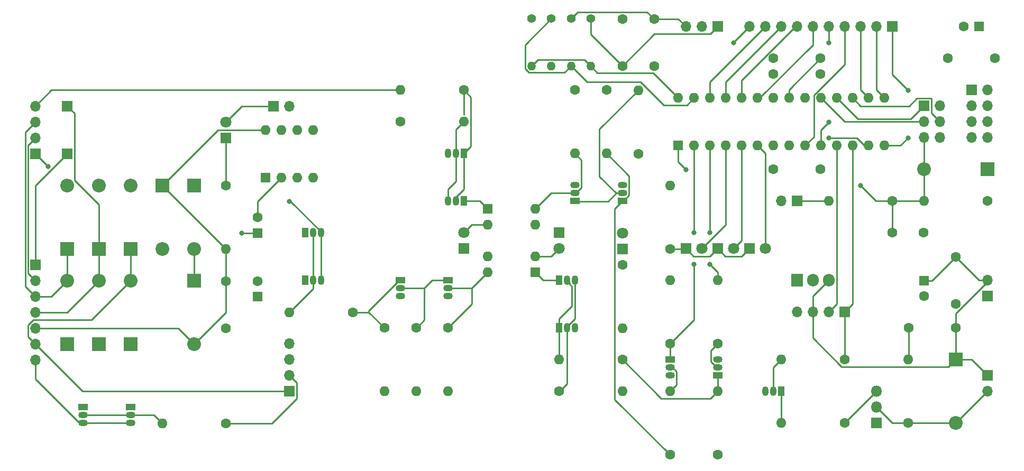
<source format=gbr>
%TF.GenerationSoftware,KiCad,Pcbnew,(7.0.0)*%
%TF.CreationDate,2023-05-24T11:09:11+02:00*%
%TF.ProjectId,Precision-Lapping-Machine,50726563-6973-4696-9f6e-2d4c61707069,rev?*%
%TF.SameCoordinates,Original*%
%TF.FileFunction,Copper,L4,Bot*%
%TF.FilePolarity,Positive*%
%FSLAX46Y46*%
G04 Gerber Fmt 4.6, Leading zero omitted, Abs format (unit mm)*
G04 Created by KiCad (PCBNEW (7.0.0)) date 2023-05-24 11:09:11*
%MOMM*%
%LPD*%
G01*
G04 APERTURE LIST*
%TA.AperFunction,ComponentPad*%
%ADD10C,1.600000*%
%TD*%
%TA.AperFunction,ComponentPad*%
%ADD11O,1.600000X1.600000*%
%TD*%
%TA.AperFunction,ComponentPad*%
%ADD12R,1.600000X1.600000*%
%TD*%
%TA.AperFunction,ComponentPad*%
%ADD13R,1.500000X1.050000*%
%TD*%
%TA.AperFunction,ComponentPad*%
%ADD14O,1.500000X1.050000*%
%TD*%
%TA.AperFunction,ComponentPad*%
%ADD15R,1.700000X1.700000*%
%TD*%
%TA.AperFunction,ComponentPad*%
%ADD16O,1.700000X1.700000*%
%TD*%
%TA.AperFunction,ComponentPad*%
%ADD17R,1.800000X1.800000*%
%TD*%
%TA.AperFunction,ComponentPad*%
%ADD18C,1.800000*%
%TD*%
%TA.AperFunction,ComponentPad*%
%ADD19R,2.200000X2.200000*%
%TD*%
%TA.AperFunction,ComponentPad*%
%ADD20O,2.200000X2.200000*%
%TD*%
%TA.AperFunction,ComponentPad*%
%ADD21C,1.400000*%
%TD*%
%TA.AperFunction,ComponentPad*%
%ADD22O,1.400000X1.400000*%
%TD*%
%TA.AperFunction,ComponentPad*%
%ADD23R,1.050000X1.500000*%
%TD*%
%TA.AperFunction,ComponentPad*%
%ADD24O,1.050000X1.500000*%
%TD*%
%TA.AperFunction,ComponentPad*%
%ADD25O,1.800000X1.800000*%
%TD*%
%TA.AperFunction,ComponentPad*%
%ADD26R,1.905000X2.000000*%
%TD*%
%TA.AperFunction,ComponentPad*%
%ADD27O,1.905000X2.000000*%
%TD*%
%TA.AperFunction,ViaPad*%
%ADD28C,0.800000*%
%TD*%
%TA.AperFunction,Conductor*%
%ADD29C,0.250000*%
%TD*%
G04 APERTURE END LIST*
D10*
%TO.P,R18,1*%
%TO.N,Net-(D13-K)*%
X157480000Y-91480000D03*
D11*
%TO.P,R18,2*%
%TO.N,GND*%
X157479999Y-81319999D03*
%TD*%
D10*
%TO.P,R21,1*%
%TO.N,/AVR/PWMA*%
X185420000Y-109220000D03*
D11*
%TO.P,R21,2*%
%TO.N,Net-(Q15-B)*%
X175259999Y-109219999D03*
%TD*%
D10*
%TO.P,R24,1*%
%TO.N,Net-(D16-K)*%
X149860000Y-94020000D03*
D11*
%TO.P,R24,2*%
%TO.N,GND*%
X149859999Y-104179999D03*
%TD*%
D12*
%TO.P,U2,1*%
%TO.N,Net-(Q11-C)*%
X135879999Y-95254999D03*
D11*
%TO.P,U2,2*%
%TO.N,Net-(D12-A)*%
X135879999Y-92714999D03*
%TO.P,U2,3*%
%TO.N,/OptoIsolation/Serial_Gnd*%
X128259999Y-92714999D03*
%TO.P,U2,4*%
%TO.N,Net-(Q8-B)*%
X128259999Y-95254999D03*
%TD*%
D13*
%TO.P,Q8,1,C*%
%TO.N,Net-(Q7-B)*%
X121919999Y-96519999D03*
D14*
%TO.P,Q8,2,B*%
%TO.N,Net-(Q8-B)*%
X121919999Y-97789999D03*
%TO.P,Q8,3,E*%
%TO.N,/OptoIsolation/Serial_Gnd*%
X121919999Y-99059999D03*
%TD*%
D15*
%TO.P,J10,1,Pin_1*%
%TO.N,Net-(J10-Pin_1)*%
X193039999Y-55879999D03*
D16*
%TO.P,J10,2,Pin_2*%
%TO.N,Net-(J10-Pin_2)*%
X190499999Y-55879999D03*
%TO.P,J10,3,Pin_3*%
%TO.N,Net-(J10-Pin_3)*%
X187959999Y-55879999D03*
%TO.P,J10,4,Pin_4*%
%TO.N,Net-(J10-Pin_4)*%
X185419999Y-55879999D03*
%TO.P,J10,5,Pin_5*%
%TO.N,Net-(J10-Pin_5)*%
X182879999Y-55879999D03*
%TO.P,J10,6,Pin_6*%
%TO.N,Net-(J10-Pin_6)*%
X180339999Y-55879999D03*
%TO.P,J10,7,Pin_7*%
%TO.N,Net-(J10-Pin_7)*%
X177799999Y-55879999D03*
%TO.P,J10,8,Pin_8*%
%TO.N,Net-(J10-Pin_8)*%
X175259999Y-55879999D03*
%TO.P,J10,9,Pin_9*%
%TO.N,Net-(J10-Pin_9)*%
X172719999Y-55879999D03*
%TO.P,J10,10,Pin_10*%
%TO.N,Net-(J10-Pin_10)*%
X170179999Y-55879999D03*
%TD*%
D15*
%TO.P,J4,1,Pin_1*%
%TO.N,/Serial/DTR*%
X60959999Y-68599999D03*
%TD*%
D10*
%TO.P,C5,1*%
%TO.N,GND*%
X201990000Y-60960000D03*
%TO.P,C5,2*%
%TO.N,+5V*%
X209490000Y-60960000D03*
%TD*%
%TO.P,R2,1*%
%TO.N,/OptoIsolation/VoutL*%
X106680000Y-101640000D03*
D11*
%TO.P,R2,2*%
%TO.N,Net-(Q1-B)*%
X96519999Y-101639999D03*
%TD*%
D12*
%TO.P,C3,1*%
%TO.N,/OptoIsolation/Vcc*%
X91439999Y-99124887D03*
D10*
%TO.P,C3,2*%
%TO.N,/OptoIsolation/Serial_Gnd*%
X91440000Y-96624888D03*
%TD*%
D17*
%TO.P,D14,1,K*%
%TO.N,Net-(D13-K)*%
X165099999Y-91439999D03*
D18*
%TO.P,D14,2,A*%
%TO.N,Net-(D14-A)*%
X167640000Y-91440000D03*
%TD*%
D12*
%TO.P,J1,1,Pin_1*%
%TO.N,unconnected-(J1-Pin_1-Pad1)*%
X92719999Y-80039999D03*
D11*
%TO.P,J1,2,Pin_2*%
%TO.N,Net-(J1-Pin_2)*%
X95259999Y-80039999D03*
%TO.P,J1,3,Pin_3*%
%TO.N,/OptoIsolation/Serial_Gnd*%
X97799999Y-80039999D03*
%TO.P,J1,4,Pin_4*%
%TO.N,unconnected-(J1-Pin_4-Pad4)*%
X100339999Y-80039999D03*
%TO.P,J1,5,Pin_5*%
%TO.N,/OptoIsolation/Serial_Gnd*%
X100339999Y-72419999D03*
%TO.P,J1,6,Pin_6*%
%TO.N,unconnected-(J1-Pin_6-Pad6)*%
X97799999Y-72419999D03*
%TO.P,J1,7,Pin_7*%
%TO.N,unconnected-(J1-Pin_7-Pad7)*%
X95259999Y-72419999D03*
%TO.P,J1,8,Pin_8*%
%TO.N,/Serial/SGND*%
X92719999Y-72419999D03*
%TD*%
D10*
%TO.P,C14,1*%
%TO.N,Net-(J11-Pin_1)*%
X149860000Y-62170000D03*
%TO.P,C14,2*%
%TO.N,GND*%
X149860000Y-54670000D03*
%TD*%
D19*
%TO.P,D6,1,K*%
%TO.N,/OptoIsolation/Vcc*%
X81279999Y-81319999D03*
D20*
%TO.P,D6,2,A*%
%TO.N,Net-(D5-K)*%
X81279999Y-91479999D03*
%TD*%
D12*
%TO.P,U1,1*%
%TO.N,Net-(Q6-C)*%
X128279999Y-85084999D03*
D11*
%TO.P,U1,2*%
%TO.N,Net-(D11-A)*%
X128279999Y-87624999D03*
%TO.P,U1,3*%
%TO.N,GND*%
X135899999Y-87624999D03*
%TO.P,U1,4*%
%TO.N,Net-(Q9-B)*%
X135899999Y-85084999D03*
%TD*%
D15*
%TO.P,J5,1,Pin_1*%
%TO.N,Net-(D7-A)*%
X93979999Y-68619999D03*
D16*
%TO.P,J5,2,Pin_2*%
%TO.N,/OptoIsolation/Vcc*%
X96519999Y-68619999D03*
%TD*%
D15*
%TO.P,J15,1,Pin_1*%
%TO.N,+12V*%
X208279999Y-111759999D03*
D16*
%TO.P,J15,2,Pin_2*%
%TO.N,/Amplifier/Motor-*%
X208279999Y-114299999D03*
%TD*%
D15*
%TO.P,J2,1,Pin_1*%
%TO.N,/Serial/CD*%
X60959999Y-76219999D03*
%TD*%
D21*
%TO.P,R25,1*%
%TO.N,Net-(J11-Pin_1)*%
X144780000Y-54610000D03*
D22*
%TO.P,R25,2*%
%TO.N,/AVR/IntB*%
X144779999Y-62229999D03*
%TD*%
D19*
%TO.P,D2,1,K*%
%TO.N,/Serial/DTR*%
X66039999Y-91479999D03*
D20*
%TO.P,D2,2,A*%
%TO.N,/OptoIsolation/Serial_Gnd*%
X66039999Y-81319999D03*
%TD*%
D15*
%TO.P,J12,1,Pin_1*%
%TO.N,GND*%
X208279999Y-99059999D03*
D16*
%TO.P,J12,2,Pin_2*%
%TO.N,+12V*%
X208279999Y-96519999D03*
%TD*%
D10*
%TO.P,R10,1*%
%TO.N,+5V*%
X147320000Y-66040000D03*
D11*
%TO.P,R10,2*%
%TO.N,/Inverter/VinL*%
X147319999Y-76199999D03*
%TD*%
D15*
%TO.P,J11,1,Pin_1*%
%TO.N,Net-(J11-Pin_1)*%
X165099999Y-55879999D03*
D16*
%TO.P,J11,2,Pin_2*%
%TO.N,GND*%
X162559999Y-55879999D03*
%TO.P,J11,3,Pin_3*%
%TO.N,Net-(J11-Pin_3)*%
X160019999Y-55879999D03*
%TD*%
D10*
%TO.P,R20,1*%
%TO.N,Net-(D17-A)*%
X193040000Y-83820000D03*
D11*
%TO.P,R20,2*%
%TO.N,Net-(J8-Pin_1)*%
X182879999Y-83819999D03*
%TD*%
D10*
%TO.P,R1,1*%
%TO.N,Net-(D7-K)*%
X86360000Y-81320000D03*
D11*
%TO.P,R1,2*%
%TO.N,/Serial/SGND*%
X86359999Y-91479999D03*
%TD*%
D17*
%TO.P,D11,1,K*%
%TO.N,/OptoIsolation/Serial_Gnd*%
X124459999Y-91439999D03*
D18*
%TO.P,D11,2,A*%
%TO.N,Net-(D11-A)*%
X124460000Y-88900000D03*
%TD*%
D21*
%TO.P,R26,1*%
%TO.N,Net-(J11-Pin_3)*%
X141630000Y-54610000D03*
D22*
%TO.P,R26,2*%
%TO.N,/AVR/IntA*%
X141629999Y-62229999D03*
%TD*%
D15*
%TO.P,J3,1,Pin_1*%
%TO.N,Net-(J3-Pin_1)*%
X55879999Y-76219999D03*
D16*
%TO.P,J3,2,Pin_2*%
%TO.N,/Serial/RXD*%
X55879999Y-73679999D03*
%TO.P,J3,3,Pin_3*%
%TO.N,/Serial/TXD*%
X55879999Y-71139999D03*
%TO.P,J3,4,Pin_4*%
%TO.N,/OptoIsolation/VinL*%
X55879999Y-68599999D03*
%TD*%
D23*
%TO.P,Q5,1,C*%
%TO.N,Net-(Q5-C)*%
X124459999Y-76199999D03*
D24*
%TO.P,Q5,2,B*%
%TO.N,Net-(Q5-B)*%
X123189999Y-76199999D03*
%TO.P,Q5,3,E*%
%TO.N,/OptoIsolation/Vcc*%
X121919999Y-76199999D03*
%TD*%
D10*
%TO.P,R15,1*%
%TO.N,+5V*%
X165100000Y-124460000D03*
D11*
%TO.P,R15,2*%
%TO.N,/Inverter/VoutL*%
X165099999Y-114299999D03*
%TD*%
D10*
%TO.P,R3,1*%
%TO.N,Net-(J6-Pin_2)*%
X86360000Y-119420000D03*
D11*
%TO.P,R3,2*%
%TO.N,Net-(Q3-B)*%
X76199999Y-119419999D03*
%TD*%
D23*
%TO.P,Q2,1,C*%
%TO.N,/OptoIsolation/Serial_Gnd*%
X99059999Y-96519999D03*
D24*
%TO.P,Q2,2,B*%
%TO.N,Net-(Q1-B)*%
X100329999Y-96519999D03*
%TO.P,Q2,3,E*%
%TO.N,Net-(J3-Pin_1)*%
X101599999Y-96519999D03*
%TD*%
D17*
%TO.P,D7,1,K*%
%TO.N,Net-(D7-K)*%
X86359999Y-73699999D03*
D18*
%TO.P,D7,2,A*%
%TO.N,Net-(D7-A)*%
X86360000Y-71160000D03*
%TD*%
D10*
%TO.P,C8,1*%
%TO.N,GND*%
X174050000Y-60960000D03*
%TO.P,C8,2*%
%TO.N,Net-(U3-AREF)*%
X181550000Y-60960000D03*
%TD*%
D19*
%TO.P,D3,1,K*%
%TO.N,/Serial/RTS*%
X71119999Y-91479999D03*
D20*
%TO.P,D3,2,A*%
%TO.N,/OptoIsolation/Serial_Gnd*%
X71119999Y-81319999D03*
%TD*%
D15*
%TO.P,J16,1,Pin_1*%
%TO.N,GND*%
X205739999Y-66039999D03*
D16*
%TO.P,J16,2,Pin_2*%
X205739999Y-68579999D03*
%TO.P,J16,3,Pin_3*%
X205739999Y-71119999D03*
%TO.P,J16,4,Pin_4*%
X205739999Y-73659999D03*
%TO.P,J16,5,Pin_5*%
%TO.N,+5V*%
X208279999Y-66039999D03*
%TO.P,J16,6,Pin_6*%
X208279999Y-68579999D03*
%TO.P,J16,7,Pin_7*%
X208279999Y-71119999D03*
%TO.P,J16,8,Pin_8*%
X208279999Y-73659999D03*
%TD*%
D10*
%TO.P,R9,1*%
%TO.N,+5V*%
X142240000Y-66040000D03*
D11*
%TO.P,R9,2*%
%TO.N,Net-(Q9-B)*%
X142239999Y-76199999D03*
%TD*%
D10*
%TO.P,R19,1*%
%TO.N,+5V*%
X208280000Y-83820000D03*
D11*
%TO.P,R19,2*%
%TO.N,Net-(D17-A)*%
X198119999Y-83819999D03*
%TD*%
D13*
%TO.P,Q10,1,C*%
%TO.N,/Inverter/VinL*%
X149859999Y-83819999D03*
D14*
%TO.P,Q10,2,B*%
%TO.N,Net-(Q10-B)*%
X149859999Y-82549999D03*
%TO.P,Q10,3,E*%
%TO.N,GND*%
X149859999Y-81279999D03*
%TD*%
D10*
%TO.P,R7,1*%
%TO.N,Net-(Q7-B)*%
X116840000Y-104140000D03*
D11*
%TO.P,R7,2*%
%TO.N,/OptoIsolation/Vcc*%
X116839999Y-114299999D03*
%TD*%
D13*
%TO.P,Q13,1,C*%
%TO.N,/AVR/Rx*%
X157479999Y-109219999D03*
D14*
%TO.P,Q13,2,B*%
%TO.N,Net-(Q13-B)*%
X157479999Y-110489999D03*
%TO.P,Q13,3,E*%
%TO.N,GND*%
X157479999Y-111759999D03*
%TD*%
D19*
%TO.P,D8,1,K*%
%TO.N,/OptoIsolation/Vcc*%
X60959999Y-106719999D03*
D20*
%TO.P,D8,2,A*%
%TO.N,/Serial/TXD*%
X60959999Y-96559999D03*
%TD*%
D10*
%TO.P,R12,1*%
%TO.N,Net-(Q11-E)*%
X139700000Y-114300000D03*
D11*
%TO.P,R12,2*%
%TO.N,+5V*%
X149859999Y-114299999D03*
%TD*%
D10*
%TO.P,C13,1*%
%TO.N,GND*%
X154940000Y-62170000D03*
%TO.P,C13,2*%
%TO.N,Net-(J11-Pin_3)*%
X154940000Y-54670000D03*
%TD*%
D19*
%TO.P,D18,1,K*%
%TO.N,+12V*%
X203199999Y-109219999D03*
D20*
%TO.P,D18,2,A*%
%TO.N,/Amplifier/Motor-*%
X203199999Y-119379999D03*
%TD*%
D10*
%TO.P,C12,1*%
%TO.N,GND*%
X198040000Y-88900000D03*
%TO.P,C12,2*%
%TO.N,Net-(D17-A)*%
X193040000Y-88900000D03*
%TD*%
D13*
%TO.P,Q4,1,C*%
%TO.N,/OptoIsolation/Serial_Gnd*%
X63499999Y-116839999D03*
D14*
%TO.P,Q4,2,B*%
%TO.N,Net-(Q3-B)*%
X63499999Y-118109999D03*
%TO.P,Q4,3,E*%
%TO.N,/Serial/CTS*%
X63499999Y-119379999D03*
%TD*%
D17*
%TO.P,D12,1,K*%
%TO.N,GND*%
X139699999Y-88899999D03*
D18*
%TO.P,D12,2,A*%
%TO.N,Net-(D12-A)*%
X139700000Y-91440000D03*
%TD*%
D15*
%TO.P,J6,1,Pin_1*%
%TO.N,/Serial/RTS*%
X96519999Y-114299999D03*
D16*
%TO.P,J6,2,Pin_2*%
%TO.N,Net-(J6-Pin_2)*%
X96519999Y-111759999D03*
%TO.P,J6,3,Pin_3*%
%TO.N,/OptoIsolation/Vcc*%
X96519999Y-109219999D03*
%TO.P,J6,4,Pin_4*%
%TO.N,/OptoIsolation/Serial_Gnd*%
X96519999Y-106679999D03*
%TD*%
D17*
%TO.P,D15,1,K*%
%TO.N,Net-(D13-K)*%
X170179999Y-91439999D03*
D18*
%TO.P,D15,2,A*%
%TO.N,Net-(D15-A)*%
X172720000Y-91440000D03*
%TD*%
D21*
%TO.P,R28,1*%
%TO.N,+5V*%
X135330000Y-54610000D03*
D22*
%TO.P,R28,2*%
%TO.N,/AVR/IntB*%
X135329999Y-62229999D03*
%TD*%
D21*
%TO.P,R27,1*%
%TO.N,/AVR/IntA*%
X138480000Y-54610000D03*
D22*
%TO.P,R27,2*%
%TO.N,+5V*%
X138479999Y-62229999D03*
%TD*%
D10*
%TO.P,R23,1*%
%TO.N,/Amplifier/Motor-*%
X195580000Y-119380000D03*
D11*
%TO.P,R23,2*%
%TO.N,Net-(C10-Pad2)*%
X195579999Y-109219999D03*
%TD*%
D12*
%TO.P,U3,1,~{RESET}/PC6*%
%TO.N,Net-(D17-A)*%
X158759999Y-74919999D03*
D11*
%TO.P,U3,2,PD0*%
%TO.N,/AVR/Rx*%
X161299999Y-74919999D03*
%TO.P,U3,3,PD1*%
%TO.N,/AVR/Tx*%
X163839999Y-74919999D03*
%TO.P,U3,4,PD2*%
%TO.N,Net-(D13-A)*%
X166379999Y-74919999D03*
%TO.P,U3,5,PD3*%
%TO.N,Net-(D14-A)*%
X168919999Y-74919999D03*
%TO.P,U3,6,PD4*%
%TO.N,Net-(D15-A)*%
X171459999Y-74919999D03*
%TO.P,U3,7,VCC*%
%TO.N,+5V*%
X173999999Y-74919999D03*
%TO.P,U3,8,GND*%
%TO.N,GND*%
X176539999Y-74919999D03*
%TO.P,U3,9,XTAL1/PB6*%
%TO.N,Net-(J10-Pin_4)*%
X179079999Y-74919999D03*
%TO.P,U3,10,XTAL2/PB7*%
%TO.N,Net-(J10-Pin_5)*%
X181619999Y-74919999D03*
%TO.P,U3,11,PD5*%
%TO.N,/AVR/PWMB*%
X184159999Y-74919999D03*
%TO.P,U3,12,PD6*%
%TO.N,/AVR/PWMA*%
X186699999Y-74919999D03*
%TO.P,U3,13,PD7*%
%TO.N,Net-(J10-Pin_10)*%
X189239999Y-74919999D03*
%TO.P,U3,14,PB0*%
%TO.N,Net-(J10-Pin_1)*%
X191779999Y-74919999D03*
%TO.P,U3,15,PB1*%
%TO.N,Net-(J10-Pin_2)*%
X191779999Y-67299999D03*
%TO.P,U3,16,PB2*%
%TO.N,Net-(J10-Pin_3)*%
X189239999Y-67299999D03*
%TO.P,U3,17,PB3*%
%TO.N,Net-(J7-MOSI)*%
X186699999Y-67299999D03*
%TO.P,U3,18,PB4*%
%TO.N,Net-(J7-MISO)*%
X184159999Y-67299999D03*
%TO.P,U3,19,PB5*%
%TO.N,Net-(J7-SCK)*%
X181619999Y-67299999D03*
%TO.P,U3,20,AVCC*%
%TO.N,+5V*%
X179079999Y-67299999D03*
%TO.P,U3,21,AREF*%
%TO.N,Net-(U3-AREF)*%
X176539999Y-67299999D03*
%TO.P,U3,22,GND*%
%TO.N,GND*%
X173999999Y-67299999D03*
%TO.P,U3,23,PC0*%
%TO.N,Net-(J10-Pin_6)*%
X171459999Y-67299999D03*
%TO.P,U3,24,PC1*%
%TO.N,Net-(J10-Pin_7)*%
X168919999Y-67299999D03*
%TO.P,U3,25,PC2*%
%TO.N,Net-(J10-Pin_8)*%
X166379999Y-67299999D03*
%TO.P,U3,26,PC3*%
%TO.N,Net-(J10-Pin_9)*%
X163839999Y-67299999D03*
%TO.P,U3,27,PC4*%
%TO.N,/AVR/IntA*%
X161299999Y-67299999D03*
%TO.P,U3,28,PC5*%
%TO.N,/AVR/IntB*%
X158759999Y-67299999D03*
%TD*%
D10*
%TO.P,R4,1*%
%TO.N,Net-(Q5-C)*%
X124460000Y-66040000D03*
D11*
%TO.P,R4,2*%
%TO.N,/OptoIsolation/VinL*%
X114299999Y-66039999D03*
%TD*%
D23*
%TO.P,Q15,1,C*%
%TO.N,Net-(Q15-C)*%
X175259999Y-114299999D03*
D24*
%TO.P,Q15,2,B*%
%TO.N,Net-(Q15-B)*%
X173989999Y-114299999D03*
%TO.P,Q15,3,E*%
%TO.N,+5V*%
X172719999Y-114299999D03*
%TD*%
D19*
%TO.P,D9,1,K*%
%TO.N,/OptoIsolation/Vcc*%
X66039999Y-106719999D03*
D20*
%TO.P,D9,2,A*%
%TO.N,/Serial/DTR*%
X66039999Y-96559999D03*
%TD*%
D23*
%TO.P,Q1,1,C*%
%TO.N,/OptoIsolation/Vcc*%
X99059999Y-88899999D03*
D24*
%TO.P,Q1,2,B*%
%TO.N,Net-(Q1-B)*%
X100329999Y-88899999D03*
%TO.P,Q1,3,E*%
%TO.N,Net-(J3-Pin_1)*%
X101599999Y-88899999D03*
%TD*%
D10*
%TO.P,R22,1*%
%TO.N,Net-(Q16-B)*%
X185420000Y-119380000D03*
D11*
%TO.P,R22,2*%
%TO.N,Net-(Q15-C)*%
X175259999Y-119379999D03*
%TD*%
D17*
%TO.P,Q16,1,E*%
%TO.N,GND*%
X190499999Y-119379999D03*
D25*
%TO.P,Q16,2,C*%
%TO.N,/Amplifier/Motor-*%
X190499999Y-116839999D03*
%TO.P,Q16,3,B*%
%TO.N,Net-(Q16-B)*%
X190499999Y-114299999D03*
%TD*%
D10*
%TO.P,R6,1*%
%TO.N,/OptoIsolation/VoutL*%
X111760000Y-104140000D03*
D11*
%TO.P,R6,2*%
%TO.N,/OptoIsolation/Vcc*%
X111759999Y-114299999D03*
%TD*%
D10*
%TO.P,R11,1*%
%TO.N,+5V*%
X152400000Y-76240000D03*
D11*
%TO.P,R11,2*%
%TO.N,Net-(Q10-B)*%
X152399999Y-66079999D03*
%TD*%
D13*
%TO.P,Q14,1,C*%
%TO.N,/Inverter/VoutL*%
X165099999Y-111759999D03*
D14*
%TO.P,Q14,2,B*%
%TO.N,Net-(Q14-B)*%
X165099999Y-110489999D03*
%TO.P,Q14,3,E*%
%TO.N,GND*%
X165099999Y-109219999D03*
%TD*%
D10*
%TO.P,C2,1*%
%TO.N,/Serial/SGND*%
X86360000Y-96680000D03*
%TO.P,C2,2*%
%TO.N,/OptoIsolation/Serial_Gnd*%
X86360000Y-104180000D03*
%TD*%
%TO.P,R13,1*%
%TO.N,/Inverter/VoutL*%
X149860000Y-109220000D03*
D11*
%TO.P,R13,2*%
%TO.N,Net-(Q11-B)*%
X139699999Y-109219999D03*
%TD*%
D13*
%TO.P,Q7,1,C*%
%TO.N,/OptoIsolation/VoutL*%
X114299999Y-96519999D03*
D14*
%TO.P,Q7,2,B*%
%TO.N,Net-(Q7-B)*%
X114299999Y-97789999D03*
%TO.P,Q7,3,E*%
%TO.N,/OptoIsolation/Serial_Gnd*%
X114299999Y-99059999D03*
%TD*%
D23*
%TO.P,Q11,1,C*%
%TO.N,Net-(Q11-C)*%
X139699999Y-96519999D03*
D24*
%TO.P,Q11,2,B*%
%TO.N,Net-(Q11-B)*%
X140969999Y-96519999D03*
%TO.P,Q11,3,E*%
%TO.N,Net-(Q11-E)*%
X142239999Y-96519999D03*
%TD*%
D10*
%TO.P,C6,1*%
%TO.N,GND*%
X174050000Y-63500000D03*
%TO.P,C6,2*%
%TO.N,+5V*%
X181550000Y-63500000D03*
%TD*%
D15*
%TO.P,J7,1,MISO*%
%TO.N,Net-(J7-MISO)*%
X198119999Y-68579999D03*
D16*
%TO.P,J7,2,VCC*%
%TO.N,+5V*%
X200659999Y-68579999D03*
%TO.P,J7,3,SCK*%
%TO.N,Net-(J7-SCK)*%
X198119999Y-71119999D03*
%TO.P,J7,4,MOSI*%
%TO.N,Net-(J7-MOSI)*%
X200659999Y-71119999D03*
%TO.P,J7,5,~{RST}*%
%TO.N,Net-(D17-A)*%
X198119999Y-73659999D03*
%TO.P,J7,6,GND*%
%TO.N,GND*%
X200659999Y-73659999D03*
%TD*%
D23*
%TO.P,Q12,1,C*%
%TO.N,Net-(Q11-B)*%
X139699999Y-104139999D03*
D24*
%TO.P,Q12,2,B*%
%TO.N,Net-(Q11-E)*%
X140969999Y-104139999D03*
%TO.P,Q12,3,E*%
%TO.N,+5V*%
X142239999Y-104139999D03*
%TD*%
D10*
%TO.P,R16,1*%
%TO.N,/AVR/Rx*%
X157480000Y-106680000D03*
D11*
%TO.P,R16,2*%
%TO.N,+5V*%
X157479999Y-96519999D03*
%TD*%
D15*
%TO.P,J9,1,Pin_1*%
%TO.N,/AVR/PWMA*%
X185419999Y-101599999D03*
D16*
%TO.P,J9,2,Pin_2*%
%TO.N,/AVR/PWMB*%
X182879999Y-101599999D03*
%TO.P,J9,3,Pin_3*%
%TO.N,+12V*%
X180339999Y-101599999D03*
%TO.P,J9,4,Pin_4*%
%TO.N,GND*%
X177799999Y-101599999D03*
%TD*%
D13*
%TO.P,Q9,1,C*%
%TO.N,Net-(Q10-B)*%
X142239999Y-83819999D03*
D14*
%TO.P,Q9,2,B*%
%TO.N,Net-(Q9-B)*%
X142239999Y-82549999D03*
%TO.P,Q9,3,E*%
%TO.N,GND*%
X142239999Y-81279999D03*
%TD*%
D10*
%TO.P,C10,1*%
%TO.N,+12V*%
X203200000Y-104140000D03*
%TO.P,C10,2*%
%TO.N,Net-(C10-Pad2)*%
X195700000Y-104140000D03*
%TD*%
D19*
%TO.P,D5,1,K*%
%TO.N,Net-(D5-K)*%
X81279999Y-96559999D03*
D20*
%TO.P,D5,2,A*%
%TO.N,/Serial/SGND*%
X81279999Y-106719999D03*
%TD*%
D15*
%TO.P,J14,1,Pin_1*%
%TO.N,/Serial/CD*%
X55879999Y-94019999D03*
D16*
%TO.P,J14,2,Pin_2*%
%TO.N,/Serial/RXD*%
X55879999Y-96559999D03*
%TO.P,J14,3,Pin_3*%
%TO.N,/Serial/TXD*%
X55879999Y-99099999D03*
%TO.P,J14,4,Pin_4*%
%TO.N,/Serial/DTR*%
X55879999Y-101639999D03*
%TO.P,J14,5,Pin_5*%
%TO.N,/Serial/SGND*%
X55879999Y-104179999D03*
%TO.P,J14,6,Pin_6*%
%TO.N,/Serial/RTS*%
X55879999Y-106719999D03*
%TO.P,J14,7,Pin_7*%
%TO.N,/Serial/CTS*%
X55879999Y-109259999D03*
%TD*%
D12*
%TO.P,C1,1*%
%TO.N,Net-(D5-K)*%
X91439999Y-88939999D03*
D10*
%TO.P,C1,2*%
%TO.N,Net-(J1-Pin_2)*%
X91440000Y-86440000D03*
%TD*%
%TO.P,R5,1*%
%TO.N,/OptoIsolation/Vcc*%
X114300000Y-71120000D03*
D11*
%TO.P,R5,2*%
%TO.N,Net-(Q5-B)*%
X124459999Y-71119999D03*
%TD*%
D12*
%TO.P,C9,1*%
%TO.N,+12V*%
X198119999Y-96559999D03*
D10*
%TO.P,C9,2*%
%TO.N,GND*%
X198120000Y-99060000D03*
%TD*%
%TO.P,R8,1*%
%TO.N,Net-(Q8-B)*%
X121920000Y-104140000D03*
D11*
%TO.P,R8,2*%
%TO.N,/OptoIsolation/Vcc*%
X121919999Y-114299999D03*
%TD*%
D19*
%TO.P,D4,1,K*%
%TO.N,/Serial/SGND*%
X76199999Y-81319999D03*
D20*
%TO.P,D4,2,A*%
%TO.N,/OptoIsolation/Serial_Gnd*%
X76199999Y-91479999D03*
%TD*%
D19*
%TO.P,D1,1,K*%
%TO.N,/Serial/TXD*%
X60959999Y-91479999D03*
D20*
%TO.P,D1,2,A*%
%TO.N,/OptoIsolation/Serial_Gnd*%
X60959999Y-81319999D03*
%TD*%
D17*
%TO.P,D16,1,K*%
%TO.N,Net-(D16-K)*%
X149859999Y-91479999D03*
D18*
%TO.P,D16,2,A*%
%TO.N,+5V*%
X149860000Y-88940000D03*
%TD*%
D17*
%TO.P,D13,1,K*%
%TO.N,Net-(D13-K)*%
X160019999Y-91439999D03*
D18*
%TO.P,D13,2,A*%
%TO.N,Net-(D13-A)*%
X162560000Y-91440000D03*
%TD*%
D15*
%TO.P,J8,1,Pin_1*%
%TO.N,Net-(J8-Pin_1)*%
X177799999Y-83819999D03*
D16*
%TO.P,J8,2,Pin_2*%
%TO.N,GND*%
X175259999Y-83819999D03*
%TD*%
D19*
%TO.P,D10,1,K*%
%TO.N,/OptoIsolation/Vcc*%
X71119999Y-106719999D03*
D20*
%TO.P,D10,2,A*%
%TO.N,/Serial/RTS*%
X71119999Y-96559999D03*
%TD*%
D12*
%TO.P,C4,1*%
%TO.N,+5V*%
X206969999Y-55879999D03*
D10*
%TO.P,C4,2*%
%TO.N,GND*%
X204470000Y-55880000D03*
%TD*%
D13*
%TO.P,Q3,1,C*%
%TO.N,/OptoIsolation/Vcc*%
X71119999Y-116839999D03*
D14*
%TO.P,Q3,2,B*%
%TO.N,Net-(Q3-B)*%
X71119999Y-118109999D03*
%TO.P,Q3,3,E*%
%TO.N,/Serial/CTS*%
X71119999Y-119379999D03*
%TD*%
D10*
%TO.P,C7,1*%
%TO.N,GND*%
X181550000Y-78740000D03*
%TO.P,C7,2*%
%TO.N,+5V*%
X174050000Y-78740000D03*
%TD*%
D19*
%TO.P,D17,1,K*%
%TO.N,+5V*%
X208279999Y-78739999D03*
D20*
%TO.P,D17,2,A*%
%TO.N,Net-(D17-A)*%
X198119999Y-78739999D03*
%TD*%
D10*
%TO.P,R14,1*%
%TO.N,/Inverter/VinL*%
X157480000Y-124460000D03*
D11*
%TO.P,R14,2*%
%TO.N,Net-(Q13-B)*%
X157479999Y-114299999D03*
%TD*%
D10*
%TO.P,R17,1*%
%TO.N,Net-(Q14-B)*%
X165100000Y-106680000D03*
D11*
%TO.P,R17,2*%
%TO.N,/AVR/Tx*%
X165099999Y-96519999D03*
%TD*%
D10*
%TO.P,C11,1*%
%TO.N,GND*%
X203200000Y-100270000D03*
%TO.P,C11,2*%
%TO.N,+12V*%
X203200000Y-92770000D03*
%TD*%
D23*
%TO.P,Q6,1,C*%
%TO.N,Net-(Q6-C)*%
X124459999Y-83819999D03*
D24*
%TO.P,Q6,2,B*%
%TO.N,Net-(Q5-C)*%
X123189999Y-83819999D03*
%TO.P,Q6,3,E*%
%TO.N,Net-(Q5-B)*%
X121919999Y-83819999D03*
%TD*%
D26*
%TO.P,U4,1,GND*%
%TO.N,GND*%
X177799999Y-96519999D03*
D27*
%TO.P,U4,2,VO*%
%TO.N,+5V*%
X180339999Y-96519999D03*
%TO.P,U4,3,VI*%
%TO.N,+12V*%
X182879999Y-96519999D03*
%TD*%
D28*
%TO.N,Net-(D17-A)*%
X187960000Y-81320000D03*
X160020000Y-78780000D03*
%TO.N,Net-(D5-K)*%
X88900000Y-88940000D03*
%TO.N,/AVR/Rx*%
X161290000Y-93980000D03*
X161290000Y-88900000D03*
%TO.N,/AVR/Tx*%
X163830000Y-93980000D03*
X163830000Y-88900000D03*
%TO.N,Net-(J3-Pin_1)*%
X57897700Y-78257700D03*
X96520000Y-83860000D03*
%TO.N,Net-(J10-Pin_1)*%
X195580000Y-73700000D03*
X195580000Y-66080000D03*
%TO.N,Net-(J10-Pin_5)*%
X182880000Y-58460000D03*
X182880000Y-71160000D03*
%TO.N,Net-(J10-Pin_10)*%
X182880000Y-73700000D03*
X167640000Y-58460000D03*
%TD*%
D29*
%TO.N,Net-(D17-A)*%
X158760000Y-77520000D02*
X158760000Y-74920000D01*
X198120000Y-83820000D02*
X198120000Y-78740000D01*
X190460000Y-83820000D02*
X187960000Y-81320000D01*
X193040000Y-83820000D02*
X193040000Y-88900000D01*
X193040000Y-83820000D02*
X190460000Y-83820000D01*
X193040000Y-83820000D02*
X198080000Y-83820000D01*
X160020000Y-78780000D02*
X158760000Y-77520000D01*
X198080000Y-83820000D02*
X198120000Y-83860000D01*
X198120000Y-78740000D02*
X198120000Y-73660000D01*
%TO.N,Net-(D5-K)*%
X91440000Y-88940000D02*
X88900000Y-88940000D01*
X81280000Y-96560000D02*
X81280000Y-91480000D01*
%TO.N,Net-(Q10-B)*%
X152400000Y-66080000D02*
X146195000Y-72285000D01*
X146195000Y-79885000D02*
X148860000Y-82550000D01*
X148860000Y-82550000D02*
X147550000Y-83860000D01*
X147550000Y-83860000D02*
X142240000Y-83860000D01*
X146195000Y-72285000D02*
X146195000Y-79885000D01*
X149860000Y-82550000D02*
X148860000Y-82550000D01*
%TO.N,Net-(J1-Pin_2)*%
X91440000Y-86440000D02*
X91440000Y-83860000D01*
X91440000Y-83860000D02*
X95260000Y-80040000D01*
%TO.N,/OptoIsolation/Vcc*%
X96440000Y-109300000D02*
X96520000Y-109220000D01*
%TO.N,/OptoIsolation/VoutL*%
X109220000Y-101640000D02*
X109220000Y-101442918D01*
X109220000Y-101442918D02*
X114102918Y-96560000D01*
X109220000Y-101640000D02*
X109260000Y-101640000D01*
X109260000Y-101640000D02*
X111760000Y-104140000D01*
X114102918Y-96560000D02*
X114300000Y-96560000D01*
X106680000Y-101640000D02*
X109220000Y-101640000D01*
%TO.N,Net-(Q11-C)*%
X139700000Y-96520000D02*
X137145000Y-96520000D01*
X137145000Y-96520000D02*
X135880000Y-95255000D01*
%TO.N,Net-(U3-AREF)*%
X176540000Y-67300000D02*
X176540000Y-65970000D01*
X176540000Y-65970000D02*
X181550000Y-60960000D01*
%TO.N,Net-(Q11-B)*%
X139700000Y-102712918D02*
X139700000Y-104140000D01*
X140970000Y-96520000D02*
X141390000Y-96940000D01*
X139700000Y-109220000D02*
X139700000Y-104140000D01*
X141790000Y-97497082D02*
X141790000Y-100622918D01*
X141390000Y-96940000D02*
X141390000Y-97097082D01*
X141790000Y-100622918D02*
X139700000Y-102712918D01*
X141390000Y-97097082D02*
X141790000Y-97497082D01*
%TO.N,Net-(C10-Pad2)*%
X195700000Y-109100000D02*
X195580000Y-109220000D01*
X195700000Y-104140000D02*
X195700000Y-109100000D01*
%TO.N,Net-(D7-K)*%
X86360000Y-81320000D02*
X86360000Y-73700000D01*
%TO.N,Net-(D7-A)*%
X86360000Y-71160000D02*
X88900000Y-68620000D01*
X88900000Y-68620000D02*
X93980000Y-68620000D01*
%TO.N,Net-(Q13-B)*%
X158555000Y-111145000D02*
X157480000Y-110070000D01*
X157480000Y-114300000D02*
X158555000Y-113225000D01*
X158555000Y-113225000D02*
X158555000Y-111145000D01*
%TO.N,Net-(D11-A)*%
X128280000Y-87625000D02*
X125735000Y-87625000D01*
X125735000Y-87625000D02*
X124460000Y-88900000D01*
%TO.N,Net-(D12-A)*%
X135880000Y-92715000D02*
X138425000Y-92715000D01*
X138425000Y-92715000D02*
X139700000Y-91440000D01*
%TO.N,/OptoIsolation/VinL*%
X114300000Y-66040000D02*
X58440000Y-66040000D01*
X58440000Y-66040000D02*
X55880000Y-68600000D01*
%TO.N,/Serial/SGND*%
X86360000Y-91480000D02*
X76200000Y-81320000D01*
X86360000Y-101640000D02*
X86360000Y-96680000D01*
X76200000Y-81320000D02*
X85100000Y-72420000D01*
X78740000Y-104180000D02*
X81280000Y-106720000D01*
X55880000Y-104180000D02*
X78740000Y-104180000D01*
X85100000Y-72420000D02*
X92720000Y-72420000D01*
X86360000Y-96680000D02*
X86360000Y-91480000D01*
X81280000Y-106720000D02*
X86360000Y-101640000D01*
%TO.N,/Serial/RTS*%
X55880000Y-106720000D02*
X54705000Y-105545000D01*
X64865000Y-102815000D02*
X71120000Y-96560000D01*
X55583299Y-102815000D02*
X64865000Y-102815000D01*
X55880000Y-106720000D02*
X63460000Y-114300000D01*
X54705000Y-105545000D02*
X54705000Y-103693299D01*
X54705000Y-103693299D02*
X55583299Y-102815000D01*
X63460000Y-114300000D02*
X96520000Y-114300000D01*
X71120000Y-96560000D02*
X71120000Y-91480000D01*
%TO.N,/Serial/TXD*%
X55880000Y-99100000D02*
X58420000Y-99100000D01*
X60960000Y-96560000D02*
X60960000Y-91480000D01*
X55880000Y-71140000D02*
X54255000Y-72765000D01*
X54255000Y-72765000D02*
X54255000Y-97475000D01*
X58420000Y-99100000D02*
X60960000Y-96560000D01*
X54255000Y-97475000D02*
X55880000Y-99100000D01*
%TO.N,/Serial/DTR*%
X62135000Y-80479745D02*
X62135000Y-69775000D01*
X66040000Y-84384745D02*
X62135000Y-80479745D01*
X55880000Y-101640000D02*
X60960000Y-101640000D01*
X66040000Y-96560000D02*
X66040000Y-91480000D01*
X62135000Y-69775000D02*
X60960000Y-68600000D01*
X60960000Y-101640000D02*
X66040000Y-96560000D01*
X66040000Y-91480000D02*
X66040000Y-84384745D01*
%TO.N,Net-(D13-K)*%
X157480000Y-91480000D02*
X159980000Y-91480000D01*
X163875000Y-92665000D02*
X165100000Y-91440000D01*
X161245000Y-92665000D02*
X163875000Y-92665000D01*
X166325000Y-92665000D02*
X168955000Y-92665000D01*
X168955000Y-92665000D02*
X170180000Y-91440000D01*
X160020000Y-91440000D02*
X161245000Y-92665000D01*
X159980000Y-91480000D02*
X160020000Y-91440000D01*
X165100000Y-91440000D02*
X166325000Y-92665000D01*
%TO.N,/Amplifier/Motor-*%
X193040000Y-119380000D02*
X198120000Y-119380000D01*
X203200000Y-119380000D02*
X198160000Y-119380000D01*
X208280000Y-114300000D02*
X203200000Y-119380000D01*
X190500000Y-116840000D02*
X193040000Y-119380000D01*
%TO.N,/AVR/Rx*%
X157480000Y-106680000D02*
X157480000Y-109220000D01*
X161290000Y-93980000D02*
X161290000Y-102870000D01*
X161300000Y-74920000D02*
X161300000Y-88890000D01*
X161300000Y-88890000D02*
X161290000Y-88900000D01*
X161290000Y-102870000D02*
X157480000Y-106680000D01*
%TO.N,Net-(Q1-B)*%
X96520000Y-101640000D02*
X100330000Y-97830000D01*
X100330000Y-96520000D02*
X100330000Y-88900000D01*
X100330000Y-97830000D02*
X100330000Y-96520000D01*
%TO.N,/Inverter/VoutL*%
X165100000Y-114300000D02*
X165100000Y-111760000D01*
X149860000Y-109220000D02*
X156065000Y-115425000D01*
X163975000Y-115425000D02*
X165100000Y-114300000D01*
X156065000Y-115425000D02*
X163975000Y-115425000D01*
%TO.N,Net-(D13-A)*%
X166380000Y-87620000D02*
X162560000Y-91440000D01*
X166380000Y-74920000D02*
X166380000Y-87620000D01*
%TO.N,Net-(D14-A)*%
X168920000Y-90160000D02*
X167640000Y-91440000D01*
X168920000Y-74920000D02*
X168920000Y-90160000D01*
%TO.N,Net-(Q3-B)*%
X63500000Y-118110000D02*
X71120000Y-118110000D01*
X71120000Y-118110000D02*
X74890000Y-118110000D01*
X74890000Y-118110000D02*
X76200000Y-119420000D01*
%TO.N,/Inverter/VinL*%
X150935000Y-82902082D02*
X149977082Y-83860000D01*
X149977082Y-83860000D02*
X149860000Y-83860000D01*
X149860000Y-83820000D02*
X148635000Y-85045000D01*
X148635000Y-85045000D02*
X148635000Y-115615000D01*
X148635000Y-115615000D02*
X157480000Y-124460000D01*
X147320000Y-76200000D02*
X150935000Y-79815000D01*
X150935000Y-79815000D02*
X150935000Y-82902082D01*
%TO.N,Net-(D15-A)*%
X171460000Y-74920000D02*
X172720000Y-76180000D01*
X172720000Y-76180000D02*
X172720000Y-91440000D01*
%TO.N,Net-(Q15-B)*%
X173990000Y-110490000D02*
X175260000Y-109220000D01*
X173990000Y-114300000D02*
X173990000Y-110490000D01*
%TO.N,/Serial/CTS*%
X63500000Y-119380000D02*
X71120000Y-119380000D01*
X62950000Y-119380000D02*
X63500000Y-119380000D01*
X55880000Y-109260000D02*
X55880000Y-112310000D01*
X55880000Y-112310000D02*
X62950000Y-119380000D01*
%TO.N,/AVR/Tx*%
X165100000Y-95250000D02*
X165100000Y-96520000D01*
X163830000Y-93980000D02*
X165100000Y-95250000D01*
X163840000Y-74920000D02*
X163840000Y-88890000D01*
X163840000Y-88890000D02*
X163830000Y-88900000D01*
%TO.N,/Serial/CD*%
X55880000Y-94020000D02*
X55880000Y-81300000D01*
X55880000Y-81300000D02*
X60960000Y-76220000D01*
%TO.N,Net-(J3-Pin_1)*%
X101600000Y-96520000D02*
X101600000Y-88940000D01*
X101600000Y-88742918D02*
X101600000Y-88900000D01*
X55880000Y-76220000D02*
X55880000Y-76240000D01*
X96717082Y-83860000D02*
X101600000Y-88742918D01*
X55880000Y-76240000D02*
X57897700Y-78257700D01*
X96520000Y-83860000D02*
X96717082Y-83860000D01*
%TO.N,/AVR/PWMB*%
X184160000Y-74920000D02*
X184160000Y-100320000D01*
X184160000Y-100320000D02*
X182880000Y-101600000D01*
%TO.N,/AVR/PWMA*%
X186700000Y-74920000D02*
X186700000Y-100320000D01*
X186700000Y-100320000D02*
X185420000Y-101600000D01*
X185420000Y-101600000D02*
X185420000Y-109220000D01*
%TO.N,/Serial/RXD*%
X55880000Y-96560000D02*
X54705000Y-95385000D01*
X55880000Y-73700000D02*
X55880000Y-73680000D01*
X54705000Y-74875000D02*
X55880000Y-73700000D01*
X54705000Y-95385000D02*
X54705000Y-74875000D01*
%TO.N,Net-(J6-Pin_2)*%
X93750000Y-119420000D02*
X97695000Y-115475000D01*
X86360000Y-119420000D02*
X93750000Y-119420000D01*
X97695000Y-112935000D02*
X96520000Y-111760000D01*
X97695000Y-115475000D02*
X97695000Y-112935000D01*
%TO.N,Net-(J7-MISO)*%
X184160000Y-67300000D02*
X187530000Y-70670000D01*
X187530000Y-70670000D02*
X196030000Y-70670000D01*
X196030000Y-70670000D02*
X198120000Y-68580000D01*
%TO.N,Net-(J7-SCK)*%
X181620000Y-67300000D02*
X185440000Y-71120000D01*
X185440000Y-71120000D02*
X198120000Y-71120000D01*
%TO.N,Net-(J7-MOSI)*%
X188020000Y-68620000D02*
X195730000Y-68620000D01*
X196945000Y-67405000D02*
X199295000Y-67405000D01*
X195730000Y-68620000D02*
X196945000Y-67405000D01*
X186700000Y-67300000D02*
X188020000Y-68620000D01*
X199295000Y-69755000D02*
X200660000Y-71120000D01*
X199295000Y-67405000D02*
X199295000Y-69755000D01*
%TO.N,Net-(Q5-C)*%
X124460000Y-76200000D02*
X124460000Y-81895000D01*
X124460000Y-76200000D02*
X125585000Y-75075000D01*
X123190000Y-83165000D02*
X123190000Y-83820000D01*
X125585000Y-67165000D02*
X124460000Y-66040000D01*
X124460000Y-66040000D02*
X124460000Y-69995000D01*
X124460000Y-81895000D02*
X123190000Y-83165000D01*
X125585000Y-75075000D02*
X125585000Y-67165000D01*
%TO.N,Net-(Q5-B)*%
X124460000Y-71120000D02*
X123190000Y-72390000D01*
X123190000Y-76200000D02*
X123190000Y-80625000D01*
X123190000Y-80625000D02*
X121920000Y-81895000D01*
X121920000Y-81895000D02*
X121920000Y-83820000D01*
X123190000Y-72390000D02*
X123190000Y-76200000D01*
%TO.N,Net-(Q6-C)*%
X127015000Y-83820000D02*
X128280000Y-85085000D01*
X124460000Y-83820000D02*
X127015000Y-83820000D01*
%TO.N,Net-(Q7-B)*%
X119420000Y-96520000D02*
X121920000Y-96520000D01*
X114300000Y-97790000D02*
X118150000Y-97790000D01*
X118150000Y-97790000D02*
X119420000Y-96520000D01*
X118150000Y-102870000D02*
X116840000Y-104180000D01*
X118150000Y-97790000D02*
X118150000Y-102870000D01*
%TO.N,Net-(Q8-B)*%
X121920000Y-97790000D02*
X125725000Y-97790000D01*
X125725000Y-100335000D02*
X125725000Y-97790000D01*
X125725000Y-97790000D02*
X128260000Y-95255000D01*
X121920000Y-104140000D02*
X125725000Y-100335000D01*
%TO.N,Net-(Q9-B)*%
X142240000Y-82550000D02*
X138435000Y-82550000D01*
X142240000Y-76200000D02*
X143315000Y-77275000D01*
X143315000Y-77275000D02*
X143315000Y-81700000D01*
X143315000Y-81700000D02*
X142465000Y-82550000D01*
X138435000Y-82550000D02*
X135900000Y-85085000D01*
X142465000Y-82550000D02*
X142240000Y-82550000D01*
%TO.N,Net-(Q11-E)*%
X140970000Y-113070000D02*
X139700000Y-114340000D01*
X140970000Y-103982918D02*
X140970000Y-104140000D01*
X140970000Y-104140000D02*
X140970000Y-113070000D01*
X142240000Y-96520000D02*
X142240000Y-102712918D01*
X142240000Y-102712918D02*
X140970000Y-103982918D01*
%TO.N,/AVR/IntA*%
X140605000Y-63255000D02*
X134905431Y-63255000D01*
X134305000Y-62654569D02*
X134305000Y-58785000D01*
X156445000Y-68425000D02*
X152790000Y-64770000D01*
X134305000Y-58785000D02*
X138480000Y-54610000D01*
X134905431Y-63255000D02*
X134305000Y-62654569D01*
X144170000Y-64770000D02*
X141630000Y-62230000D01*
X141630000Y-62230000D02*
X140605000Y-63255000D01*
X152790000Y-64770000D02*
X144170000Y-64770000D01*
X161300000Y-67300000D02*
X160175000Y-68425000D01*
X160175000Y-68425000D02*
X156445000Y-68425000D01*
%TO.N,/AVR/IntB*%
X145845000Y-63295000D02*
X144780000Y-62230000D01*
X154755000Y-63295000D02*
X145845000Y-63295000D01*
X158760000Y-67300000D02*
X154755000Y-63295000D01*
X143755000Y-61205000D02*
X136355000Y-61205000D01*
X136355000Y-61205000D02*
X135330000Y-62230000D01*
X144780000Y-62230000D02*
X143755000Y-61205000D01*
%TO.N,Net-(Q14-B)*%
X164025000Y-107755000D02*
X165100000Y-106680000D01*
X164025000Y-109572082D02*
X164025000Y-107755000D01*
X165100000Y-110490000D02*
X164942918Y-110490000D01*
X164942918Y-110490000D02*
X164025000Y-109572082D01*
%TO.N,Net-(Q15-C)*%
X175260000Y-119380000D02*
X175260000Y-114340000D01*
%TO.N,Net-(Q16-B)*%
X185420000Y-119380000D02*
X190500000Y-114300000D01*
%TO.N,Net-(J8-Pin_1)*%
X177800000Y-83820000D02*
X182880000Y-83820000D01*
%TO.N,+12V*%
X198120000Y-96560000D02*
X199410000Y-96560000D01*
X206950000Y-96520000D02*
X203200000Y-92770000D01*
X180340000Y-101600000D02*
X180340000Y-105730991D01*
X203200000Y-109220000D02*
X203200000Y-104140000D01*
X180340000Y-101600000D02*
X180340000Y-99060000D01*
X205780000Y-109220000D02*
X208320000Y-111760000D01*
X208280000Y-96520000D02*
X206950000Y-96520000D01*
X180340000Y-99060000D02*
X182880000Y-96520000D01*
X180340000Y-105730991D02*
X184954009Y-110345000D01*
X199410000Y-96560000D02*
X203200000Y-92770000D01*
X203200000Y-109220000D02*
X205780000Y-109220000D01*
X208280000Y-96780991D02*
X203200000Y-101860991D01*
X202075000Y-110345000D02*
X203200000Y-109220000D01*
X184954009Y-110345000D02*
X202075000Y-110345000D01*
X203200000Y-101860991D02*
X203200000Y-104140000D01*
X208280000Y-96520000D02*
X208280000Y-96780991D01*
%TO.N,Net-(J10-Pin_1)*%
X195580000Y-66080000D02*
X193040000Y-63540000D01*
X193040000Y-63540000D02*
X193040000Y-55920000D01*
X191780000Y-74920000D02*
X194360000Y-74920000D01*
X194360000Y-74920000D02*
X195580000Y-73700000D01*
%TO.N,Net-(J10-Pin_2)*%
X190500000Y-66020000D02*
X191780000Y-67300000D01*
X190500000Y-55880000D02*
X190500000Y-66020000D01*
%TO.N,Net-(J10-Pin_3)*%
X187960000Y-55880000D02*
X187960000Y-66020000D01*
X187960000Y-66020000D02*
X189240000Y-67300000D01*
%TO.N,Net-(J10-Pin_4)*%
X185420000Y-61909009D02*
X185420000Y-55920000D01*
X180495000Y-73505000D02*
X180495000Y-66834009D01*
X179080000Y-74920000D02*
X180495000Y-73505000D01*
X180495000Y-66834009D02*
X185420000Y-61909009D01*
%TO.N,Net-(J10-Pin_5)*%
X181620000Y-74920000D02*
X181620000Y-72420000D01*
X181620000Y-72420000D02*
X182880000Y-71160000D01*
X182880000Y-58460000D02*
X182880000Y-55880000D01*
%TO.N,Net-(J10-Pin_6)*%
X171840991Y-67300000D02*
X180340000Y-58800991D01*
X180340000Y-58800991D02*
X180340000Y-55880000D01*
X171460000Y-67300000D02*
X171840991Y-67300000D01*
%TO.N,Net-(J10-Pin_7)*%
X168920000Y-67300000D02*
X168920000Y-64499009D01*
X168920000Y-64499009D02*
X177539009Y-55880000D01*
X177539009Y-55880000D02*
X177800000Y-55880000D01*
%TO.N,Net-(J10-Pin_8)*%
X166380000Y-67300000D02*
X166380000Y-64760000D01*
X166380000Y-64760000D02*
X175260000Y-55880000D01*
%TO.N,Net-(J10-Pin_9)*%
X163840000Y-64760000D02*
X172720000Y-55880000D01*
X163840000Y-67300000D02*
X163840000Y-64760000D01*
%TO.N,Net-(J10-Pin_10)*%
X189240000Y-74920000D02*
X188603604Y-74920000D01*
X188603604Y-74920000D02*
X187383604Y-73700000D01*
X167640000Y-58420000D02*
X170180000Y-55880000D01*
X167640000Y-58460000D02*
X167640000Y-58420000D01*
X187383604Y-73700000D02*
X182880000Y-73700000D01*
%TO.N,Net-(J11-Pin_3)*%
X154940000Y-54670000D02*
X158810000Y-54670000D01*
X142695000Y-53545000D02*
X153815000Y-53545000D01*
X153815000Y-53545000D02*
X154940000Y-54670000D01*
X158810000Y-54670000D02*
X160020000Y-55880000D01*
X141630000Y-54610000D02*
X142695000Y-53545000D01*
%TO.N,Net-(J11-Pin_1)*%
X154975000Y-57055000D02*
X163925000Y-57055000D01*
X144780000Y-54610000D02*
X144780000Y-57090000D01*
X144780000Y-57090000D02*
X149860000Y-62170000D01*
X149860000Y-62170000D02*
X154975000Y-57055000D01*
X163925000Y-57055000D02*
X165100000Y-55880000D01*
%TD*%
M02*

</source>
